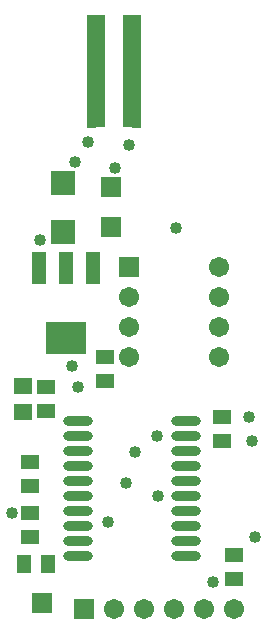
<source format=gts>
%FSTAX24Y24*%
%MOIN*%
G70*
G01*
G75*
G04 Layer_Color=8388736*
%ADD10R,0.0709X0.0709*%
%ADD11R,0.0512X0.0472*%
%ADD12R,0.0374X0.1004*%
%ADD13R,0.1299X0.1004*%
%ADD14R,0.0512X0.0394*%
%ADD15R,0.0394X0.0512*%
%ADD16R,0.0630X0.0630*%
%ADD17O,0.0906X0.0236*%
%ADD18C,0.0100*%
%ADD19R,0.0591X0.0591*%
%ADD20C,0.0591*%
%ADD21C,0.0320*%
%ADD22R,0.0630X0.0630*%
%ADD23R,0.0374X0.0315*%
%ADD24R,0.0984X0.0512*%
%ADD25C,0.0098*%
%ADD26C,0.0236*%
%ADD27C,0.0079*%
%ADD28C,0.0040*%
%ADD29C,0.0039*%
%ADD30R,0.0789X0.0789*%
%ADD31R,0.0592X0.0552*%
%ADD32R,0.0454X0.1084*%
%ADD33R,0.1379X0.1084*%
%ADD34R,0.0592X0.0474*%
%ADD35R,0.0474X0.0592*%
%ADD36R,0.0710X0.0710*%
%ADD37O,0.0986X0.0316*%
%ADD38R,0.0671X0.0671*%
%ADD39C,0.0671*%
%ADD40C,0.0400*%
G36*
X2377Y1973D02*
X237091Y197278D01*
Y201037D01*
X2377D01*
Y1973D01*
D02*
G37*
G36*
X238891Y197287D02*
X238291Y1973D01*
Y201037D01*
X238891D01*
Y197287D01*
D02*
G37*
D30*
X2363Y19545D02*
D03*
Y193796D02*
D03*
D31*
X234944Y187809D02*
D03*
Y188675D02*
D03*
D32*
X237306Y192621D02*
D03*
X2364D02*
D03*
X235494D02*
D03*
D33*
X2364Y190278D02*
D03*
D34*
X242Y183043D02*
D03*
Y182256D02*
D03*
X235732Y187848D02*
D03*
Y188635D02*
D03*
X2352Y184443D02*
D03*
Y183656D02*
D03*
Y185356D02*
D03*
Y186143D02*
D03*
X2416Y187643D02*
D03*
Y186856D02*
D03*
X2377Y189643D02*
D03*
Y188856D02*
D03*
D35*
X235794Y18275D02*
D03*
X235006D02*
D03*
D36*
X2379Y195319D02*
D03*
Y19398D02*
D03*
D37*
X240391Y183D02*
D03*
Y1835D02*
D03*
Y184D02*
D03*
Y1845D02*
D03*
Y185D02*
D03*
Y1855D02*
D03*
Y186D02*
D03*
Y1865D02*
D03*
Y187D02*
D03*
Y1875D02*
D03*
X236809Y183D02*
D03*
Y1835D02*
D03*
Y184D02*
D03*
Y1845D02*
D03*
Y185D02*
D03*
Y1855D02*
D03*
Y186D02*
D03*
Y1865D02*
D03*
Y187D02*
D03*
Y1875D02*
D03*
D38*
X237Y18125D02*
D03*
X2356Y18145D02*
D03*
X2385Y19265D02*
D03*
D39*
X238Y18125D02*
D03*
X239D02*
D03*
X24D02*
D03*
X241D02*
D03*
X242D02*
D03*
X2385Y19165D02*
D03*
Y19065D02*
D03*
Y18965D02*
D03*
X2415Y19265D02*
D03*
Y19165D02*
D03*
Y19065D02*
D03*
Y18965D02*
D03*
D40*
X236691Y19615D02*
D03*
X237141Y1968D02*
D03*
X238041Y19595D02*
D03*
X238491Y1967D02*
D03*
X239411Y187D02*
D03*
X238684Y18647D02*
D03*
X235535Y193557D02*
D03*
X240062Y19395D02*
D03*
X2368Y18865D02*
D03*
X2366Y18935D02*
D03*
X234606Y184443D02*
D03*
X2378Y18415D02*
D03*
X2413Y18215D02*
D03*
X2427Y18365D02*
D03*
X2425Y18765D02*
D03*
X2426Y18685D02*
D03*
X2384Y18545D02*
D03*
X23945Y185D02*
D03*
M02*

</source>
